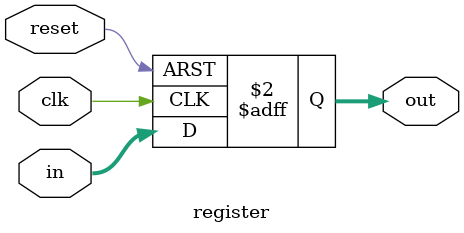
<source format=v>
module register 
#( parameter DATA_WIDTH = 8) 
(clk, reset, in, out);

  input clk,reset;
  input [DATA_WIDTH-1:0] in;
  
  output reg [DATA_WIDTH-1:0] out;
  
  always @(posedge clk, posedge reset)begin
    if(reset)begin
      out <= 0;
    end
  else begin
    out <= in;
  end
end
endmodule



</source>
